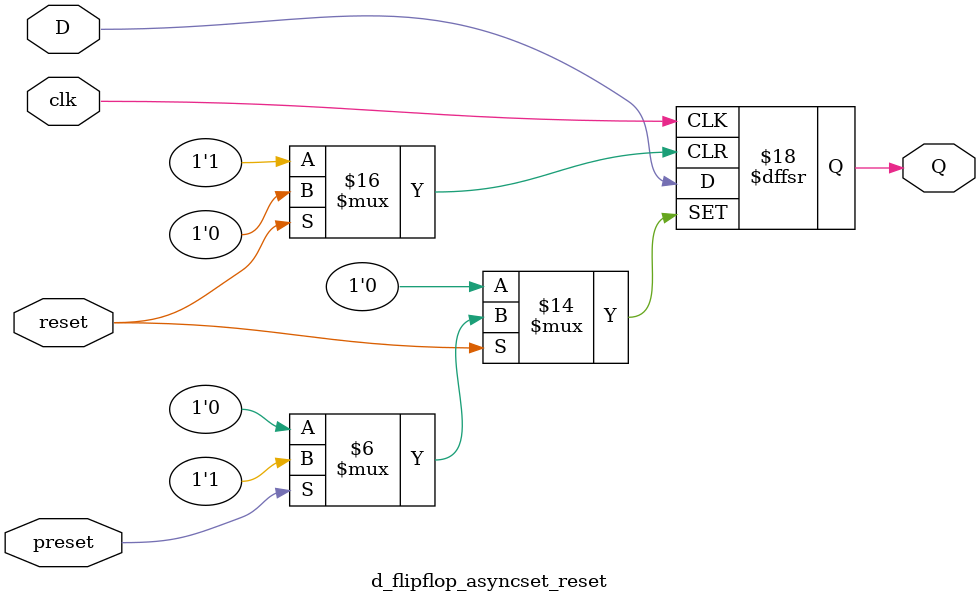
<source format=v>

module d_flipflop_asyncset_reset (
	input D, // Data Input
	input clk, // Clock Signal
	input preset, // Asynchronous Set
	input reset, //Asynchronous Reset Low
	output reg Q); // Data Output

always @(posedge clk or posedge preset or negedge reset) begin

if (preset == 1'b1) 
Q <= 1'b1;
else if (reset == 1'b0)
Q <= 1'b0;
else Q <= D;

end

endmodule

</source>
